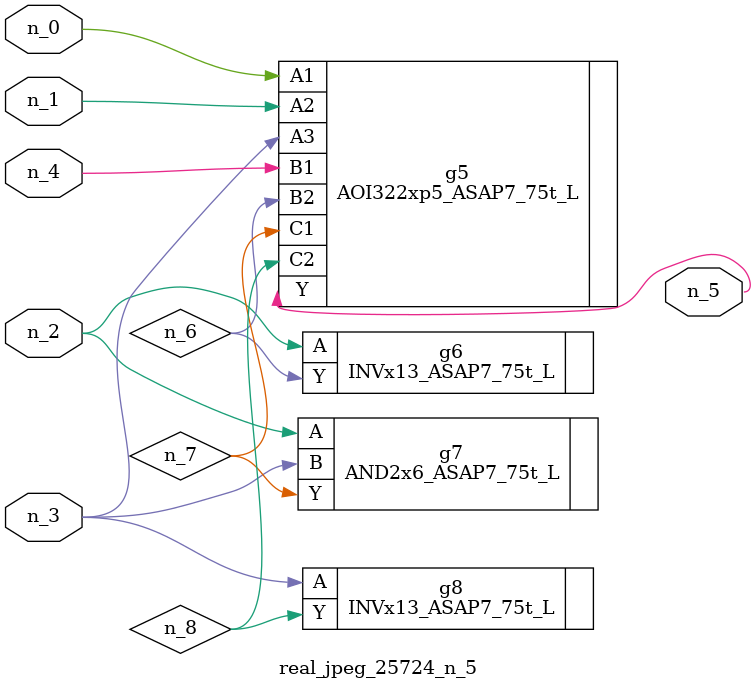
<source format=v>
module real_jpeg_25724_n_5 (n_4, n_0, n_1, n_2, n_3, n_5);

input n_4;
input n_0;
input n_1;
input n_2;
input n_3;

output n_5;

wire n_8;
wire n_6;
wire n_7;

AOI322xp5_ASAP7_75t_L g5 ( 
.A1(n_0),
.A2(n_1),
.A3(n_3),
.B1(n_4),
.B2(n_6),
.C1(n_7),
.C2(n_8),
.Y(n_5)
);

INVx13_ASAP7_75t_L g6 ( 
.A(n_2),
.Y(n_6)
);

AND2x6_ASAP7_75t_L g7 ( 
.A(n_2),
.B(n_3),
.Y(n_7)
);

INVx13_ASAP7_75t_L g8 ( 
.A(n_3),
.Y(n_8)
);


endmodule
</source>
